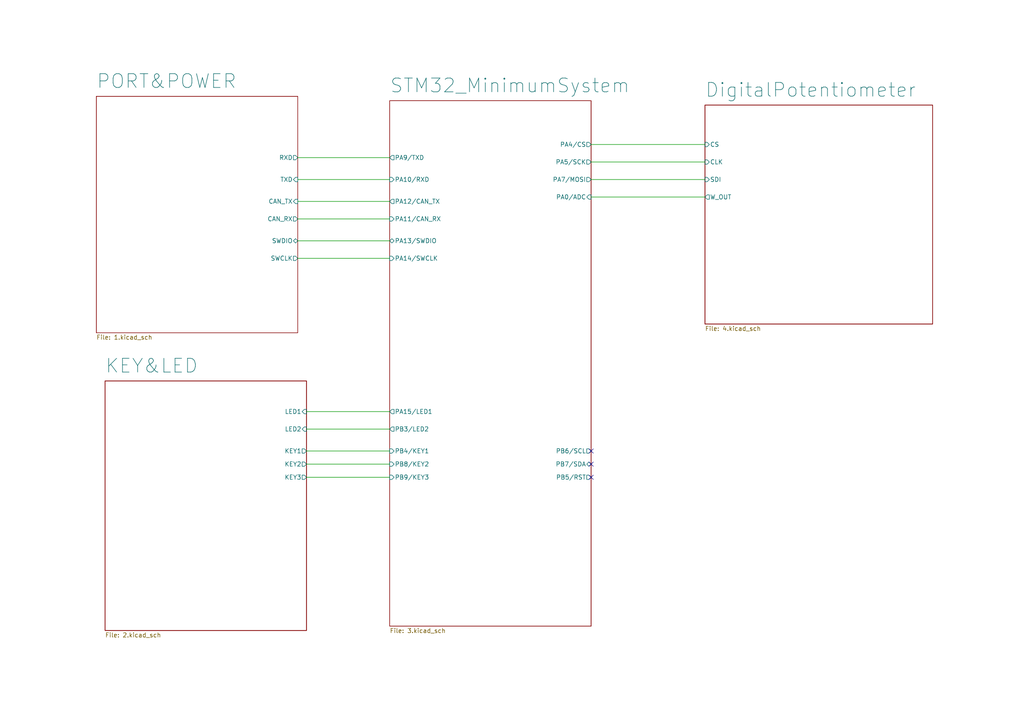
<source format=kicad_sch>
(kicad_sch (version 20211123) (generator eeschema)

  (uuid b9ea3262-d6cf-4332-a29e-39ca863a4560)

  (paper "A4")

  (lib_symbols
  )


  (no_connect (at 171.45 138.43) (uuid b8de4ec7-47da-4f9b-ad49-85271d6d2f2a))
  (no_connect (at 171.45 134.62) (uuid b8de4ec7-47da-4f9b-ad49-85271d6d2f2b))
  (no_connect (at 171.45 130.81) (uuid b8de4ec7-47da-4f9b-ad49-85271d6d2f2c))

  (wire (pts (xy 88.9 130.81) (xy 113.03 130.81))
    (stroke (width 0) (type default) (color 0 0 0 0))
    (uuid 01eefbf6-6c77-4fbc-acae-811dab31a653)
  )
  (wire (pts (xy 86.36 52.07) (xy 113.03 52.07))
    (stroke (width 0) (type default) (color 0 0 0 0))
    (uuid 02e27904-152c-4928-a142-a7cc591723f8)
  )
  (wire (pts (xy 171.45 41.91) (xy 204.47 41.91))
    (stroke (width 0) (type default) (color 0 0 0 0))
    (uuid 12326f4a-2fa8-4169-8715-52b42afa463c)
  )
  (wire (pts (xy 86.36 63.5) (xy 113.03 63.5))
    (stroke (width 0) (type default) (color 0 0 0 0))
    (uuid 1a32ca28-7844-461b-a3e2-73bf1ef20068)
  )
  (wire (pts (xy 86.36 74.93) (xy 113.03 74.93))
    (stroke (width 0) (type default) (color 0 0 0 0))
    (uuid 6cf3d816-de8c-48ec-886b-c56b89c92124)
  )
  (wire (pts (xy 88.9 119.38) (xy 113.03 119.38))
    (stroke (width 0) (type default) (color 0 0 0 0))
    (uuid 6ec814da-a719-4077-bcb9-0639d46dc506)
  )
  (wire (pts (xy 171.45 52.07) (xy 204.47 52.07))
    (stroke (width 0) (type default) (color 0 0 0 0))
    (uuid 7055051d-473b-4e37-abb2-038ae560a637)
  )
  (wire (pts (xy 88.9 134.62) (xy 113.03 134.62))
    (stroke (width 0) (type default) (color 0 0 0 0))
    (uuid 9fedc482-b7c7-492f-bb91-936f9abdb404)
  )
  (wire (pts (xy 171.45 46.99) (xy 204.47 46.99))
    (stroke (width 0) (type default) (color 0 0 0 0))
    (uuid b3527395-08f5-4d1d-b135-5491ddc8057d)
  )
  (wire (pts (xy 86.36 45.72) (xy 113.03 45.72))
    (stroke (width 0) (type default) (color 0 0 0 0))
    (uuid cbe86a46-5588-48a1-9c6b-cec1451596e3)
  )
  (wire (pts (xy 88.9 124.46) (xy 113.03 124.46))
    (stroke (width 0) (type default) (color 0 0 0 0))
    (uuid ceec5319-a2b0-42b2-9d3f-0e88d8e9ddce)
  )
  (wire (pts (xy 86.36 58.42) (xy 113.03 58.42))
    (stroke (width 0) (type default) (color 0 0 0 0))
    (uuid d9489f7b-2f7e-4fe4-be0f-da0119d0f7fe)
  )
  (wire (pts (xy 171.45 57.15) (xy 204.47 57.15))
    (stroke (width 0) (type default) (color 0 0 0 0))
    (uuid e4da9dc2-3c8f-4fc8-9961-ac213fc0494f)
  )
  (wire (pts (xy 86.36 69.85) (xy 113.03 69.85))
    (stroke (width 0) (type default) (color 0 0 0 0))
    (uuid e6a8ce13-28ca-45bc-831c-c95e61727ea5)
  )
  (wire (pts (xy 88.9 138.43) (xy 113.03 138.43))
    (stroke (width 0) (type default) (color 0 0 0 0))
    (uuid ff26aaee-b3ab-473f-8a93-f9d98e2f9d27)
  )

  (sheet (at 30.48 110.49) (size 58.42 72.39) (fields_autoplaced)
    (stroke (width 0.1524) (type solid) (color 0 0 0 0))
    (fill (color 0 0 0 0.0000))
    (uuid 14a61918-465f-4b18-93a7-99dad398fa4a)
    (property "Sheet name" "KEY&LED" (id 0) (at 30.48 108.4134 0)
      (effects (font (size 4 4)) (justify left bottom))
    )
    (property "Sheet file" "2.kicad_sch" (id 1) (at 30.48 183.4646 0)
      (effects (font (size 1.27 1.27)) (justify left top))
    )
    (pin "LED2" input (at 88.9 124.46 0)
      (effects (font (size 1.27 1.27)) (justify right))
      (uuid 3af55c8b-1cd0-4dc6-b1a4-1ba1ba65a516)
    )
    (pin "KEY1" output (at 88.9 130.81 0)
      (effects (font (size 1.27 1.27)) (justify right))
      (uuid e19b0569-7491-4289-9d7b-2ddc5cabaad6)
    )
    (pin "KEY3" output (at 88.9 138.43 0)
      (effects (font (size 1.27 1.27)) (justify right))
      (uuid f5833a84-269b-4875-9612-453e013650cd)
    )
    (pin "KEY2" output (at 88.9 134.62 0)
      (effects (font (size 1.27 1.27)) (justify right))
      (uuid e3b951e3-3dbc-46ef-9a75-37d5a10524e9)
    )
    (pin "LED1" input (at 88.9 119.38 0)
      (effects (font (size 1.27 1.27)) (justify right))
      (uuid 1257537f-5a21-4038-999f-b28bbcab99d5)
    )
  )

  (sheet (at 113.03 29.21) (size 58.42 152.4) (fields_autoplaced)
    (stroke (width 0.1524) (type solid) (color 0 0 0 0))
    (fill (color 0 0 0 0.0000))
    (uuid 92bcaf73-481c-4450-95f0-14ff800eeba9)
    (property "Sheet name" "STM32_MinimumSystem" (id 0) (at 113.03 27.1334 0)
      (effects (font (size 4 4)) (justify left bottom))
    )
    (property "Sheet file" "3.kicad_sch" (id 1) (at 113.03 182.1946 0)
      (effects (font (size 1.27 1.27)) (justify left top))
    )
    (pin "PA11{slash}CAN_RX" input (at 113.03 63.5 180)
      (effects (font (size 1.27 1.27)) (justify left))
      (uuid f01785d7-0674-44c4-8d27-b9f6342ac28e)
    )
    (pin "PA12{slash}CAN_TX" output (at 113.03 58.42 180)
      (effects (font (size 1.27 1.27)) (justify left))
      (uuid 3cd6158e-d8fb-408e-84b2-3de5958d6fd3)
    )
    (pin "PA14{slash}SWCLK" input (at 113.03 74.93 180)
      (effects (font (size 1.27 1.27)) (justify left))
      (uuid a75b56a3-92ee-4983-8da9-088f19f7f5cb)
    )
    (pin "PA13{slash}SWDIO" bidirectional (at 113.03 69.85 180)
      (effects (font (size 1.27 1.27)) (justify left))
      (uuid eafb6627-6d37-4172-a5ba-65302dc01a9d)
    )
    (pin "PB8{slash}KEY2" input (at 113.03 134.62 180)
      (effects (font (size 1.27 1.27)) (justify left))
      (uuid 4052ce71-461f-48fa-86a3-c93b0820534b)
    )
    (pin "PB4{slash}KEY1" input (at 113.03 130.81 180)
      (effects (font (size 1.27 1.27)) (justify left))
      (uuid b2f4f322-58c6-48d8-bb92-f8cba432b3f1)
    )
    (pin "PB5{slash}RST" output (at 171.45 138.43 0)
      (effects (font (size 1.27 1.27)) (justify right))
      (uuid 6b22f7c9-17ab-4566-911d-01e11160e0c0)
    )
    (pin "PB7{slash}SDA" bidirectional (at 171.45 134.62 0)
      (effects (font (size 1.27 1.27)) (justify right))
      (uuid a3658e91-e3ca-41d7-bb0e-f3182fcf0482)
    )
    (pin "PA0{slash}ADC" input (at 171.45 57.15 0)
      (effects (font (size 1.27 1.27)) (justify right))
      (uuid 18fee6c1-5aae-454a-bc79-774b08c7d7cb)
    )
    (pin "PB3{slash}LED2" output (at 113.03 124.46 180)
      (effects (font (size 1.27 1.27)) (justify left))
      (uuid f68ea29a-2f74-44b7-b5ac-d88d479b8c76)
    )
    (pin "PA15{slash}LED1" output (at 113.03 119.38 180)
      (effects (font (size 1.27 1.27)) (justify left))
      (uuid 9a87b17f-78a9-4122-aa08-8443a170de6c)
    )
    (pin "PA4{slash}CS" output (at 171.45 41.91 0)
      (effects (font (size 1.27 1.27)) (justify right))
      (uuid 93a9d90e-b0a0-4420-b75d-822b7b54266d)
    )
    (pin "PA5{slash}SCK" output (at 171.45 46.99 0)
      (effects (font (size 1.27 1.27)) (justify right))
      (uuid 3511c5da-59ec-49dd-bd60-06c79370d393)
    )
    (pin "PA10{slash}RXD" input (at 113.03 52.07 180)
      (effects (font (size 1.27 1.27)) (justify left))
      (uuid fcd888fa-28d4-4e5f-a07c-bbcfbc9cfdb9)
    )
    (pin "PA9{slash}TXD" output (at 113.03 45.72 180)
      (effects (font (size 1.27 1.27)) (justify left))
      (uuid 9c9449b5-0508-4bee-a389-6410b9a40b9c)
    )
    (pin "PA7{slash}MOSI" output (at 171.45 52.07 0)
      (effects (font (size 1.27 1.27)) (justify right))
      (uuid 02ba0bed-79b0-4ef0-a927-b00882ae4c08)
    )
    (pin "PB9{slash}KEY3" input (at 113.03 138.43 180)
      (effects (font (size 1.27 1.27)) (justify left))
      (uuid 42ff3bbc-e479-4224-91ad-33ec22b94764)
    )
    (pin "PB6{slash}SCL" output (at 171.45 130.81 0)
      (effects (font (size 1.27 1.27)) (justify right))
      (uuid 28f1a0bb-cc11-4d57-a3ea-2e3da9cf3a8e)
    )
  )

  (sheet (at 27.94 27.94) (size 58.42 68.58) (fields_autoplaced)
    (stroke (width 0.1524) (type solid) (color 0 0 0 0))
    (fill (color 0 0 0 0.0000))
    (uuid b7a732ff-d845-4388-a425-452fdf5f210b)
    (property "Sheet name" "PORT&POWER" (id 0) (at 27.94 25.8634 0)
      (effects (font (size 4 4)) (justify left bottom))
    )
    (property "Sheet file" "1.kicad_sch" (id 1) (at 27.94 97.1046 0)
      (effects (font (size 1.27 1.27)) (justify left top))
    )
    (pin "TXD" input (at 86.36 52.07 0)
      (effects (font (size 1.27 1.27)) (justify right))
      (uuid 46fca491-6068-4c2a-a5cb-e8557d262e6e)
    )
    (pin "RXD" output (at 86.36 45.72 0)
      (effects (font (size 1.27 1.27)) (justify right))
      (uuid 163f5118-39ee-4c40-aa29-67ab1ee6dce0)
    )
    (pin "CAN_TX" input (at 86.36 58.42 0)
      (effects (font (size 1.27 1.27)) (justify right))
      (uuid 023cf768-bc86-411c-83e4-4f89d0496336)
    )
    (pin "CAN_RX" output (at 86.36 63.5 0)
      (effects (font (size 1.27 1.27)) (justify right))
      (uuid e90d5053-9490-470b-bb22-54accea42044)
    )
    (pin "SWCLK" output (at 86.36 74.93 0)
      (effects (font (size 1.27 1.27)) (justify right))
      (uuid cc136a3a-b304-432e-b041-28ab64a60774)
    )
    (pin "SWDIO" bidirectional (at 86.36 69.85 0)
      (effects (font (size 1.27 1.27)) (justify right))
      (uuid 253599a5-03f9-4dfa-afdf-f3937a3a941e)
    )
  )

  (sheet (at 204.47 30.48) (size 66.04 63.5) (fields_autoplaced)
    (stroke (width 0.1524) (type solid) (color 0 0 0 0))
    (fill (color 0 0 0 0.0000))
    (uuid be3a5ba4-3402-4fdb-aad3-b47033cad30c)
    (property "Sheet name" "DigitalPotentiometer" (id 0) (at 204.47 28.4034 0)
      (effects (font (size 4 4)) (justify left bottom))
    )
    (property "Sheet file" "4.kicad_sch" (id 1) (at 204.47 94.5646 0)
      (effects (font (size 1.27 1.27)) (justify left top))
    )
    (pin "SDI" input (at 204.47 52.07 180)
      (effects (font (size 1.27 1.27)) (justify left))
      (uuid 010c5c28-b954-47d0-a7ce-7b95d9ee9214)
    )
    (pin "CS" input (at 204.47 41.91 180)
      (effects (font (size 1.27 1.27)) (justify left))
      (uuid ad05fa87-e5f8-4027-a94e-6c32199b0e45)
    )
    (pin "W_OUT" output (at 204.47 57.15 180)
      (effects (font (size 1.27 1.27)) (justify left))
      (uuid dbe727b0-d79a-48a1-981c-718545ae02c8)
    )
    (pin "CLK" input (at 204.47 46.99 180)
      (effects (font (size 1.27 1.27)) (justify left))
      (uuid adab2262-8840-4154-b720-d1d3b224bedc)
    )
  )

  (sheet_instances
    (path "/" (page "1"))
    (path "/b7a732ff-d845-4388-a425-452fdf5f210b" (page "2"))
    (path "/14a61918-465f-4b18-93a7-99dad398fa4a" (page "3"))
    (path "/92bcaf73-481c-4450-95f0-14ff800eeba9" (page "4"))
    (path "/be3a5ba4-3402-4fdb-aad3-b47033cad30c" (page "5"))
  )

  (symbol_instances
    (path "/b7a732ff-d845-4388-a425-452fdf5f210b/a21b3ec9-9730-4f95-8acd-e13e2090fe2e"
      (reference "#FLG0101") (unit 1) (value "PWR_FLAG") (footprint "")
    )
    (path "/b7a732ff-d845-4388-a425-452fdf5f210b/7bc4c1f8-c09f-4d72-a006-f79fb0053f85"
      (reference "#FLG0102") (unit 1) (value "PWR_FLAG") (footprint "")
    )
    (path "/b7a732ff-d845-4388-a425-452fdf5f210b/cd5423df-57f9-456d-a375-0418b55220b2"
      (reference "#FLG0103") (unit 1) (value "PWR_FLAG") (footprint "")
    )
    (path "/b7a732ff-d845-4388-a425-452fdf5f210b/7eab5fcf-5551-4ca4-8dd5-9fb869d2a41d"
      (reference "#PWR0101") (unit 1) (value "VBUS") (footprint "")
    )
    (path "/b7a732ff-d845-4388-a425-452fdf5f210b/147ca17c-63f6-4e50-8bd3-649060df8d16"
      (reference "#PWR0102") (unit 1) (value "GND") (footprint "")
    )
    (path "/b7a732ff-d845-4388-a425-452fdf5f210b/a3e54457-6a82-4a95-9a16-9e8ed255f8f9"
      (reference "#PWR0103") (unit 1) (value "GND") (footprint "")
    )
    (path "/b7a732ff-d845-4388-a425-452fdf5f210b/2ca3cfef-377b-43a9-a52c-e6f8538f26b3"
      (reference "#PWR0104") (unit 1) (value "VBUS") (footprint "")
    )
    (path "/b7a732ff-d845-4388-a425-452fdf5f210b/6241c37e-098f-4d2c-970a-6313fa780c6a"
      (reference "#PWR0105") (unit 1) (value "GND") (footprint "")
    )
    (path "/b7a732ff-d845-4388-a425-452fdf5f210b/906f8e62-b2ee-4a8e-b46a-f4faf514ea81"
      (reference "#PWR0106") (unit 1) (value "VBUS") (footprint "")
    )
    (path "/b7a732ff-d845-4388-a425-452fdf5f210b/85c36dc8-6675-4398-b359-55718ac40052"
      (reference "#PWR0107") (unit 1) (value "VBUS") (footprint "")
    )
    (path "/b7a732ff-d845-4388-a425-452fdf5f210b/cca523a5-7adb-421b-a6c0-b25b01bbea1c"
      (reference "#PWR0108") (unit 1) (value "+3V3") (footprint "")
    )
    (path "/b7a732ff-d845-4388-a425-452fdf5f210b/4c20f5eb-fe68-4f62-923d-e40b49771ac8"
      (reference "#PWR0109") (unit 1) (value "VBUS") (footprint "")
    )
    (path "/b7a732ff-d845-4388-a425-452fdf5f210b/a6627b6b-39f1-41ce-958d-c57cbb2c2190"
      (reference "#PWR0110") (unit 1) (value "GND") (footprint "")
    )
    (path "/b7a732ff-d845-4388-a425-452fdf5f210b/99e6e92c-9bcd-4cb4-b3fc-abb92d2d92bb"
      (reference "#PWR0111") (unit 1) (value "GND") (footprint "")
    )
    (path "/b7a732ff-d845-4388-a425-452fdf5f210b/738cad12-6278-4c3f-b553-f109dba330d4"
      (reference "#PWR0112") (unit 1) (value "GND") (footprint "")
    )
    (path "/b7a732ff-d845-4388-a425-452fdf5f210b/b5c0dce4-03a0-4b5a-9110-b7d127649f2d"
      (reference "#PWR0113") (unit 1) (value "+3V3") (footprint "")
    )
    (path "/b7a732ff-d845-4388-a425-452fdf5f210b/2d747dc9-a6ca-43d6-b344-f039bb778573"
      (reference "#PWR0114") (unit 1) (value "+3V3") (footprint "")
    )
    (path "/b7a732ff-d845-4388-a425-452fdf5f210b/35fce4d3-5d9e-4916-a92d-a301378d75ba"
      (reference "#PWR0115") (unit 1) (value "+3V3") (footprint "")
    )
    (path "/b7a732ff-d845-4388-a425-452fdf5f210b/3820b79d-3754-4e18-b202-161392aca43a"
      (reference "#PWR0116") (unit 1) (value "GND") (footprint "")
    )
    (path "/b7a732ff-d845-4388-a425-452fdf5f210b/d955cacb-d88e-4fcb-b74a-d029a3944471"
      (reference "#PWR0117") (unit 1) (value "GND") (footprint "")
    )
    (path "/b7a732ff-d845-4388-a425-452fdf5f210b/630d7da9-9ebb-4779-90e0-7fc822e88351"
      (reference "#PWR0118") (unit 1) (value "VBUS") (footprint "")
    )
    (path "/b7a732ff-d845-4388-a425-452fdf5f210b/6ddaf4dc-13de-4045-8049-9aaa4bdc53bf"
      (reference "#PWR0119") (unit 1) (value "+3V3") (footprint "")
    )
    (path "/b7a732ff-d845-4388-a425-452fdf5f210b/42ef10d6-242f-4d29-8250-37531e7f4d1f"
      (reference "#PWR0120") (unit 1) (value "GND") (footprint "")
    )
    (path "/b7a732ff-d845-4388-a425-452fdf5f210b/7ee46aa1-ae5a-4a32-b1be-fa3fac1d5deb"
      (reference "#PWR0121") (unit 1) (value "VBUS") (footprint "")
    )
    (path "/b7a732ff-d845-4388-a425-452fdf5f210b/9a3f3c32-e899-44b9-842b-a99b21619868"
      (reference "#PWR0122") (unit 1) (value "+3V3") (footprint "")
    )
    (path "/b7a732ff-d845-4388-a425-452fdf5f210b/9baa82c0-f8e5-4410-a54b-fea44ff08f9a"
      (reference "#PWR0123") (unit 1) (value "GND") (footprint "")
    )
    (path "/b7a732ff-d845-4388-a425-452fdf5f210b/524a1af4-d4ef-45ae-b63d-0093f375b301"
      (reference "#PWR0124") (unit 1) (value "VBUS") (footprint "")
    )
    (path "/b7a732ff-d845-4388-a425-452fdf5f210b/20d55ab2-e252-4cfc-8c0a-0fea39a5f218"
      (reference "#PWR0125") (unit 1) (value "GND") (footprint "")
    )
    (path "/b7a732ff-d845-4388-a425-452fdf5f210b/4203fd1a-1a2e-4f27-a0c9-6526c491106e"
      (reference "#PWR0126") (unit 1) (value "GND") (footprint "")
    )
    (path "/b7a732ff-d845-4388-a425-452fdf5f210b/ea2d1550-25f4-4332-83d5-c71c56be8db8"
      (reference "#PWR0127") (unit 1) (value "+3V3") (footprint "")
    )
    (path "/b7a732ff-d845-4388-a425-452fdf5f210b/f38ea884-7776-4f7a-aafb-ee2f8df44335"
      (reference "#PWR0128") (unit 1) (value "GND") (footprint "")
    )
    (path "/b7a732ff-d845-4388-a425-452fdf5f210b/ae870a24-8828-481b-ac05-86c76225074b"
      (reference "#PWR0129") (unit 1) (value "GND") (footprint "")
    )
    (path "/b7a732ff-d845-4388-a425-452fdf5f210b/aee812bf-e448-48e2-95ca-88de90678c9f"
      (reference "#PWR0130") (unit 1) (value "+3V3") (footprint "")
    )
    (path "/14a61918-465f-4b18-93a7-99dad398fa4a/e0ecaf7a-fb23-4708-ae2b-4ff3ba5ca1b3"
      (reference "#PWR0131") (unit 1) (value "GND") (footprint "")
    )
    (path "/14a61918-465f-4b18-93a7-99dad398fa4a/b5ec06d8-ea5b-40ce-ba78-148ef5b71db4"
      (reference "#PWR0132") (unit 1) (value "+3V3") (footprint "")
    )
    (path "/14a61918-465f-4b18-93a7-99dad398fa4a/ceb0af44-ad7d-4d2c-a0cd-f0ae23ccf5c9"
      (reference "#PWR0133") (unit 1) (value "+3V3") (footprint "")
    )
    (path "/14a61918-465f-4b18-93a7-99dad398fa4a/b2d568ee-b1b3-4e10-8745-04f6adfc694d"
      (reference "#PWR0134") (unit 1) (value "+3V3") (footprint "")
    )
    (path "/14a61918-465f-4b18-93a7-99dad398fa4a/962e55a4-213a-499a-a2c9-96305d7a2dd0"
      (reference "#PWR0135") (unit 1) (value "+3V3") (footprint "")
    )
    (path "/14a61918-465f-4b18-93a7-99dad398fa4a/0bfc2c0e-3d48-4198-b404-b46e327175ae"
      (reference "#PWR0136") (unit 1) (value "GND") (footprint "")
    )
    (path "/14a61918-465f-4b18-93a7-99dad398fa4a/7ff6ed16-47a9-4903-849d-5aa184e43d48"
      (reference "#PWR0137") (unit 1) (value "GND") (footprint "")
    )
    (path "/14a61918-465f-4b18-93a7-99dad398fa4a/5356e4ed-25ff-479a-9374-45ed0c107af6"
      (reference "#PWR0138") (unit 1) (value "+3V3") (footprint "")
    )
    (path "/14a61918-465f-4b18-93a7-99dad398fa4a/9eaa7f1c-4f55-488f-bee5-d04e53214a55"
      (reference "#PWR0139") (unit 1) (value "GND") (footprint "")
    )
    (path "/14a61918-465f-4b18-93a7-99dad398fa4a/bdedec34-ef77-4c41-a435-1bb6139761fa"
      (reference "#PWR0140") (unit 1) (value "GND") (footprint "")
    )
    (path "/14a61918-465f-4b18-93a7-99dad398fa4a/f407f925-0683-4909-9144-707c8a846eef"
      (reference "#PWR0141") (unit 1) (value "+3V3") (footprint "")
    )
    (path "/14a61918-465f-4b18-93a7-99dad398fa4a/c108b701-b94b-4d50-9ca1-86df99762d49"
      (reference "#PWR0142") (unit 1) (value "GND") (footprint "")
    )
    (path "/14a61918-465f-4b18-93a7-99dad398fa4a/052b8d26-4dbd-417a-923d-0715796834d6"
      (reference "#PWR0143") (unit 1) (value "GND") (footprint "")
    )
    (path "/92bcaf73-481c-4450-95f0-14ff800eeba9/f46788e6-ced2-4c91-9747-f81b5f20468b"
      (reference "#PWR0144") (unit 1) (value "+3V3") (footprint "")
    )
    (path "/92bcaf73-481c-4450-95f0-14ff800eeba9/d59c00e9-6c7a-413a-9924-fdb287ec92cc"
      (reference "#PWR0145") (unit 1) (value "GND") (footprint "")
    )
    (path "/92bcaf73-481c-4450-95f0-14ff800eeba9/7954e6af-93b4-411b-ad3c-257ccb223db0"
      (reference "#PWR0146") (unit 1) (value "GND") (footprint "")
    )
    (path "/92bcaf73-481c-4450-95f0-14ff800eeba9/df531868-222f-4764-b7a7-0ad1ebb2eac3"
      (reference "#PWR0147") (unit 1) (value "VBUS") (footprint "")
    )
    (path "/92bcaf73-481c-4450-95f0-14ff800eeba9/e1a7849b-3974-4e3d-a245-f222aeeade7b"
      (reference "#PWR0148") (unit 1) (value "+3V3") (footprint "")
    )
    (path "/92bcaf73-481c-4450-95f0-14ff800eeba9/d12e0d10-07a8-4e77-9379-c1d6749fd0d9"
      (reference "#PWR0149") (unit 1) (value "GND") (footprint "")
    )
    (path "/92bcaf73-481c-4450-95f0-14ff800eeba9/7579c445-121e-4c40-89a3-08882e41c7c7"
      (reference "#PWR0150") (unit 1) (value "+3V3") (footprint "")
    )
    (path "/92bcaf73-481c-4450-95f0-14ff800eeba9/b05dafea-076c-45b8-a15a-dd3fce0196aa"
      (reference "#PWR0151") (unit 1) (value "GND") (footprint "")
    )
    (path "/92bcaf73-481c-4450-95f0-14ff800eeba9/ff1ac5a3-1e42-4534-9f14-f2e3551e296c"
      (reference "#PWR0152") (unit 1) (value "GND") (footprint "")
    )
    (path "/92bcaf73-481c-4450-95f0-14ff800eeba9/ce6fe8b7-f7a4-400a-9449-ee960886e303"
      (reference "#PWR0154") (unit 1) (value "+3V3") (footprint "")
    )
    (path "/92bcaf73-481c-4450-95f0-14ff800eeba9/fa8fdf06-0953-4626-8206-d91b3541a7ad"
      (reference "#PWR0155") (unit 1) (value "GND") (footprint "")
    )
    (path "/92bcaf73-481c-4450-95f0-14ff800eeba9/b0335d30-4b66-430e-82b1-b7f756824a30"
      (reference "#PWR0156") (unit 1) (value "+3V3") (footprint "")
    )
    (path "/92bcaf73-481c-4450-95f0-14ff800eeba9/05a54200-c12f-43f5-aa9c-4d37597603b2"
      (reference "#PWR0157") (unit 1) (value "GND") (footprint "")
    )
    (path "/92bcaf73-481c-4450-95f0-14ff800eeba9/a41ffbee-7ea0-4b0e-99b5-a3bc2951bac7"
      (reference "#PWR0158") (unit 1) (value "GND") (footprint "")
    )
    (path "/92bcaf73-481c-4450-95f0-14ff800eeba9/30877850-7e8a-49cf-a78f-b288f5dbf5ce"
      (reference "#PWR0159") (unit 1) (value "GND") (footprint "")
    )
    (path "/be3a5ba4-3402-4fdb-aad3-b47033cad30c/d4967bf7-b1eb-45f8-9545-a64b600ffaa3"
      (reference "#PWR0160") (unit 1) (value "+3V3") (footprint "")
    )
    (path "/be3a5ba4-3402-4fdb-aad3-b47033cad30c/1c459438-c78c-4a17-9bd0-185472fc3c19"
      (reference "#PWR0161") (unit 1) (value "+3V3") (footprint "")
    )
    (path "/be3a5ba4-3402-4fdb-aad3-b47033cad30c/df65ae59-c38a-408b-975e-9a4635d221c4"
      (reference "#PWR0162") (unit 1) (value "GND") (footprint "")
    )
    (path "/be3a5ba4-3402-4fdb-aad3-b47033cad30c/70a49e42-4a7b-4535-9e38-f3fc4be28cba"
      (reference "#PWR0163") (unit 1) (value "GND") (footprint "")
    )
    (path "/b7a732ff-d845-4388-a425-452fdf5f210b/ac9470dc-eb1b-41ce-b40a-5792a0078713"
      (reference "C1") (unit 1) (value "10u") (footprint "Capacitor_SMD:C_0603_1608Metric")
    )
    (path "/b7a732ff-d845-4388-a425-452fdf5f210b/ac3b8fb6-5274-43f6-bb84-49c6f9ba1bd0"
      (reference "C2") (unit 1) (value "100n") (footprint "Capacitor_SMD:C_0603_1608Metric")
    )
    (path "/b7a732ff-d845-4388-a425-452fdf5f210b/58be9098-d7de-4687-bbab-f86403e3bbc9"
      (reference "C3") (unit 1) (value "10u") (footprint "Capacitor_SMD:C_0603_1608Metric")
    )
    (path "/b7a732ff-d845-4388-a425-452fdf5f210b/0af3439c-b65f-4c9a-b772-4b225d5da69e"
      (reference "C4") (unit 1) (value "100n") (footprint "Capacitor_SMD:C_0603_1608Metric")
    )
    (path "/b7a732ff-d845-4388-a425-452fdf5f210b/367f4b81-89f0-493a-b980-ce2d87447689"
      (reference "C5") (unit 1) (value "100n") (footprint "Capacitor_SMD:C_0603_1608Metric")
    )
    (path "/b7a732ff-d845-4388-a425-452fdf5f210b/805dd769-5b6a-4762-be56-7126207858ef"
      (reference "C6") (unit 1) (value "100n") (footprint "Capacitor_SMD:C_0603_1608Metric")
    )
    (path "/b7a732ff-d845-4388-a425-452fdf5f210b/a95cb016-c57f-4acf-9438-521241a85d1e"
      (reference "C7") (unit 1) (value "100n") (footprint "Capacitor_SMD:C_0603_1608Metric")
    )
    (path "/92bcaf73-481c-4450-95f0-14ff800eeba9/3760d052-14ff-4247-b56a-16788a8658b4"
      (reference "C8") (unit 1) (value "100n") (footprint "Capacitor_SMD:C_0603_1608Metric")
    )
    (path "/92bcaf73-481c-4450-95f0-14ff800eeba9/8ddcc0e6-8b84-40e5-ab31-68cc0b3d0106"
      (reference "C9") (unit 1) (value "100n") (footprint "Capacitor_SMD:C_0603_1608Metric")
    )
    (path "/92bcaf73-481c-4450-95f0-14ff800eeba9/cf7f6fd1-2bdb-4f55-88f1-5cba736cbc37"
      (reference "C10") (unit 1) (value "100n") (footprint "Capacitor_SMD:C_0603_1608Metric")
    )
    (path "/92bcaf73-481c-4450-95f0-14ff800eeba9/320004ce-a4d4-424c-9b71-630dfafa5c77"
      (reference "C11") (unit 1) (value "100n") (footprint "Capacitor_SMD:C_0603_1608Metric")
    )
    (path "/92bcaf73-481c-4450-95f0-14ff800eeba9/12294a1e-34fa-41a8-83fa-172c79b4af8c"
      (reference "C12") (unit 1) (value "100n") (footprint "Capacitor_SMD:C_0603_1608Metric")
    )
    (path "/92bcaf73-481c-4450-95f0-14ff800eeba9/2c106d19-b321-4eb5-93cc-0734dc97ce47"
      (reference "C13") (unit 1) (value "100n") (footprint "Capacitor_SMD:C_0603_1608Metric")
    )
    (path "/92bcaf73-481c-4450-95f0-14ff800eeba9/d8b7d9cb-3446-44e4-a27f-06855640ecfb"
      (reference "C14") (unit 1) (value "18p") (footprint "Capacitor_SMD:C_0603_1608Metric")
    )
    (path "/92bcaf73-481c-4450-95f0-14ff800eeba9/c960f141-18f6-464d-b272-bd5b92d2d4e3"
      (reference "C15") (unit 1) (value "18p") (footprint "Capacitor_SMD:C_0603_1608Metric")
    )
    (path "/14a61918-465f-4b18-93a7-99dad398fa4a/b52a3be2-4d42-495e-9191-c3828e90258e"
      (reference "C16") (unit 1) (value "100n") (footprint "Capacitor_SMD:C_0603_1608Metric")
    )
    (path "/14a61918-465f-4b18-93a7-99dad398fa4a/ea8aad8b-78ef-40f9-9a5e-dcc4a9ac8f9f"
      (reference "C17") (unit 1) (value "100n") (footprint "Capacitor_SMD:C_0603_1608Metric")
    )
    (path "/14a61918-465f-4b18-93a7-99dad398fa4a/5257670c-25a6-435c-80c7-d4a6425e6a7d"
      (reference "C18") (unit 1) (value "100n") (footprint "Capacitor_SMD:C_0603_1608Metric")
    )
    (path "/be3a5ba4-3402-4fdb-aad3-b47033cad30c/cf2a6fc6-0560-438b-9373-1fc99d2d157b"
      (reference "C19") (unit 1) (value "100n") (footprint "Capacitor_SMD:C_0603_1608Metric")
    )
    (path "/14a61918-465f-4b18-93a7-99dad398fa4a/3ae0e903-3af9-47fb-ae67-b8355c169a47"
      (reference "D1") (unit 1) (value "LED") (footprint "LED_SMD:LED_0603_1608Metric")
    )
    (path "/14a61918-465f-4b18-93a7-99dad398fa4a/703a50a5-5dae-42ea-ad92-92de212f135a"
      (reference "D2") (unit 1) (value "LED") (footprint "LED_SMD:LED_0603_1608Metric")
    )
    (path "/14a61918-465f-4b18-93a7-99dad398fa4a/b848ac6b-27b4-4a57-8e54-9c18c5f7bed2"
      (reference "D3") (unit 1) (value "LED") (footprint "LED_SMD:LED_0603_1608Metric")
    )
    (path "/b7a732ff-d845-4388-a425-452fdf5f210b/2f48b291-ce45-49c9-8e38-9f8cd2028a8b"
      (reference "J1") (unit 1) (value "USB_C_Receptacle_USB2.0") (footprint "Connector_USB:USB_C_Receptacle_Palconn_UTC16-G")
    )
    (path "/b7a732ff-d845-4388-a425-452fdf5f210b/6e4dcd51-0181-45a0-bf8d-787f9dadc3dd"
      (reference "J2") (unit 1) (value " ") (footprint "Connector_PinHeader_2.54mm:PinHeader_1x04_P2.54mm_Vertical")
    )
    (path "/b7a732ff-d845-4388-a425-452fdf5f210b/8a2b2409-2739-4e22-8852-53e6bc8578b9"
      (reference "J3") (unit 1) (value "Conn_01x02") (footprint "Connector_JST:JST_GH_SM02B-GHS-TB_1x02-1MP_P1.25mm_Horizontal")
    )
    (path "/92bcaf73-481c-4450-95f0-14ff800eeba9/00867f24-e467-4707-8a85-473520df10df"
      (reference "J4") (unit 1) (value "Conn_01x19") (footprint "Connector_PinHeader_2.54mm:PinHeader_1x19_P2.54mm_Vertical")
    )
    (path "/92bcaf73-481c-4450-95f0-14ff800eeba9/1bc170e7-b086-45fb-b993-604b817ee8f8"
      (reference "J5") (unit 1) (value "Conn_01x20") (footprint "Connector_PinHeader_2.54mm:PinHeader_1x20_P2.54mm_Vertical")
    )
    (path "/92bcaf73-481c-4450-95f0-14ff800eeba9/126f00c9-34bd-43da-9d2f-e5168fa54edb"
      (reference "J6") (unit 1) (value "Conn_01x02") (footprint "Connector_PinHeader_2.54mm:PinHeader_1x02_P2.54mm_Vertical")
    )
    (path "/be3a5ba4-3402-4fdb-aad3-b47033cad30c/aef8ef33-1982-4deb-9280-5b540b681238"
      (reference "J7") (unit 1) (value "Conn_01x03") (footprint "Connector_PinHeader_2.54mm:PinHeader_1x03_P2.54mm_Vertical")
    )
    (path "/b7a732ff-d845-4388-a425-452fdf5f210b/8c37a20e-3435-4e40-a90b-1ff9fcf3b1f9"
      (reference "Q1") (unit 1) (value " ") (footprint "Package_TO_SOT_SMD:TSOT-23")
    )
    (path "/b7a732ff-d845-4388-a425-452fdf5f210b/a32d39b2-4829-48e6-8c30-19d4d57c6474"
      (reference "R1") (unit 1) (value "1k") (footprint "Resistor_SMD:R_0603_1608Metric")
    )
    (path "/b7a732ff-d845-4388-a425-452fdf5f210b/acf4a390-dc34-4d77-bb47-0fe08bcea943"
      (reference "R2") (unit 1) (value "10k") (footprint "Resistor_SMD:R_0603_1608Metric")
    )
    (path "/b7a732ff-d845-4388-a425-452fdf5f210b/403424a1-3173-48bd-9430-f42704bea6e0"
      (reference "R3") (unit 1) (value "120") (footprint "Resistor_SMD:R_0603_1608Metric")
    )
    (path "/92bcaf73-481c-4450-95f0-14ff800eeba9/33bb3e9d-8b82-4f85-aff6-b0838feb0d95"
      (reference "R4") (unit 1) (value "10k") (footprint "Resistor_SMD:R_0603_1608Metric")
    )
    (path "/92bcaf73-481c-4450-95f0-14ff800eeba9/e1f37cee-9d33-4d18-a53e-1f7fc5c72c1b"
      (reference "R5") (unit 1) (value "10k") (footprint "Resistor_SMD:R_0603_1608Metric")
    )
    (path "/14a61918-465f-4b18-93a7-99dad398fa4a/1e39c7c6-7b99-46d9-9043-8573cc624a42"
      (reference "R6") (unit 1) (value "1K") (footprint "Resistor_SMD:R_0603_1608Metric")
    )
    (path "/14a61918-465f-4b18-93a7-99dad398fa4a/0c53312b-ab32-4e54-96ed-dfb989af3fd5"
      (reference "R7") (unit 1) (value "1K") (footprint "Resistor_SMD:R_0603_1608Metric")
    )
    (path "/14a61918-465f-4b18-93a7-99dad398fa4a/14403ffd-3282-43ab-a420-5b7e9877a68a"
      (reference "R8") (unit 1) (value "1K") (footprint "Resistor_SMD:R_0603_1608Metric")
    )
    (path "/14a61918-465f-4b18-93a7-99dad398fa4a/79d1e70f-101c-4354-9358-b0395729b1f5"
      (reference "R9") (unit 1) (value "R") (footprint "Resistor_SMD:R_0603_1608Metric")
    )
    (path "/14a61918-465f-4b18-93a7-99dad398fa4a/176f6668-296c-4b01-872c-ca38cf909545"
      (reference "R10") (unit 1) (value "R") (footprint "Resistor_SMD:R_0603_1608Metric")
    )
    (path "/14a61918-465f-4b18-93a7-99dad398fa4a/ce92e784-166b-45d6-8bfa-b2315041fbad"
      (reference "R11") (unit 1) (value "R") (footprint "Resistor_SMD:R_0603_1608Metric")
    )
    (path "/92bcaf73-481c-4450-95f0-14ff800eeba9/aea8174c-50fc-435a-83ee-758c0658dfb7"
      (reference "SW1") (unit 1) (value "SW_Push") (footprint "Button_Switch_SMD:SW_Push_1P1T_NO_6x6mm_H9.5mm")
    )
    (path "/14a61918-465f-4b18-93a7-99dad398fa4a/1ca737bd-6323-41c8-8dfc-4dcf2744f09a"
      (reference "SW2") (unit 1) (value "SW_Push") (footprint "Button_Switch_SMD:SW_Push_1P1T_NO_6x6mm_H9.5mm")
    )
    (path "/14a61918-465f-4b18-93a7-99dad398fa4a/05316743-580c-4675-9096-9fdd8098aa56"
      (reference "SW3") (unit 1) (value "SW_Push") (footprint "Button_Switch_SMD:SW_Push_1P1T_NO_6x6mm_H9.5mm")
    )
    (path "/14a61918-465f-4b18-93a7-99dad398fa4a/2d8cd46d-dd1c-4d3f-a337-0166f13826e4"
      (reference "SW4") (unit 1) (value "SW_Push") (footprint "Button_Switch_SMD:SW_Push_1P1T_NO_6x6mm_H9.5mm")
    )
    (path "/b7a732ff-d845-4388-a425-452fdf5f210b/a45eae8a-371b-4c49-b949-43f4fe38dd1b"
      (reference "U1") (unit 1) (value "HX9193") (footprint "Package_TO_SOT_SMD:SOT-23-5_HandSoldering")
    )
    (path "/b7a732ff-d845-4388-a425-452fdf5f210b/a1ca32b0-b1a6-4c58-82d7-f15244f39365"
      (reference "U2") (unit 1) (value "TJA1051T-3") (footprint "Package_SO:SOIC-8_3.9x4.9mm_P1.27mm")
    )
    (path "/b7a732ff-d845-4388-a425-452fdf5f210b/1b7344ef-e9c9-43ff-aa94-3926ff1c2a30"
      (reference "U3") (unit 1) (value "CH340E") (footprint "Package_SO:MSOP-10_3x3mm_P0.5mm")
    )
    (path "/92bcaf73-481c-4450-95f0-14ff800eeba9/d4836338-b7e5-4711-bfa1-70e3b31efc2c"
      (reference "U4") (unit 1) (value "STM32F103C8T6") (footprint "Package_QFP:LQFP-48_7x7mm_P0.5mm")
    )
    (path "/be3a5ba4-3402-4fdb-aad3-b47033cad30c/6fc4a4c7-cfc4-4e1c-bc01-0e26a1ba04b9"
      (reference "U5") (unit 1) (value "AD8400ARZ50") (footprint "Package_SO:SOP-8_3.9x4.9mm_P1.27mm")
    )
    (path "/92bcaf73-481c-4450-95f0-14ff800eeba9/fe164f10-5a47-4400-a226-e2b3388350af"
      (reference "Y1") (unit 1) (value "12M") (footprint "Crystal:Crystal_SMD_3225-4Pin_3.2x2.5mm")
    )
  )
)

</source>
